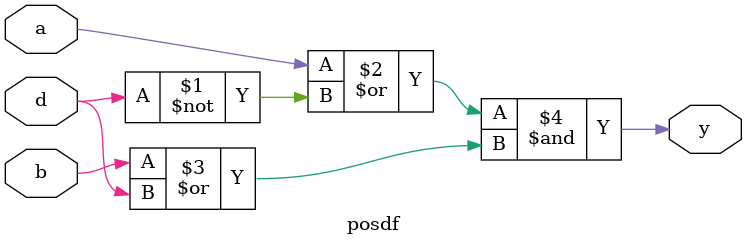
<source format=v>

module posdf(a, b, d, y);
    input a, b, d;
    output y;

    assign y = (a | ~d) & (b | d);
    
endmodule

</source>
